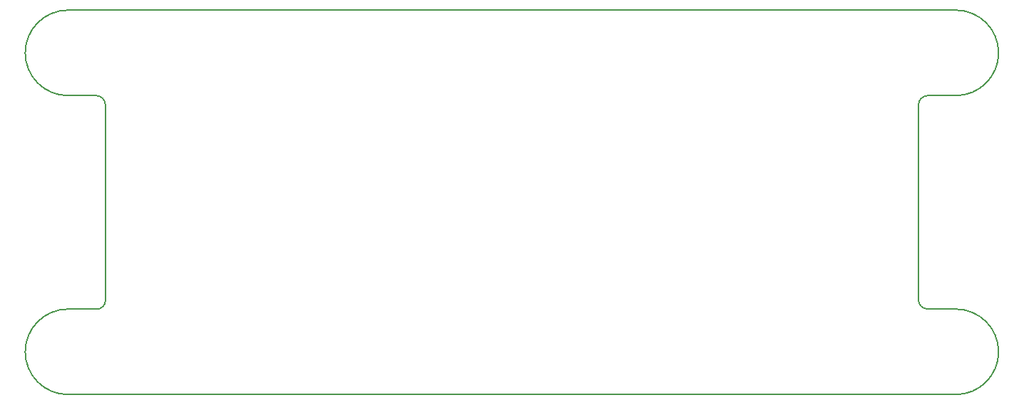
<source format=gm1>
G04 #@! TF.GenerationSoftware,KiCad,Pcbnew,(5.0.1)-3*
G04 #@! TF.CreationDate,2019-01-04T23:11:44-08:00*
G04 #@! TF.ProjectId,croptop,63726F70746F702E6B696361645F7063,rev?*
G04 #@! TF.SameCoordinates,Original*
G04 #@! TF.FileFunction,Profile,NP*
%FSLAX46Y46*%
G04 Gerber Fmt 4.6, Leading zero omitted, Abs format (unit mm)*
G04 Created by KiCad (PCBNEW (5.0.1)-3) date 1/4/2019 11:11:44 PM*
%MOMM*%
%LPD*%
G01*
G04 APERTURE LIST*
%ADD10C,0.200000*%
G04 APERTURE END LIST*
D10*
X172720000Y-107823000D02*
G75*
G02X173863000Y-106680000I1143000J0D01*
G01*
X173863000Y-132080000D02*
G75*
G02X172720000Y-130937000I0J1143000D01*
G01*
X75057000Y-106680000D02*
G75*
G02X76200000Y-107823000I0J-1143000D01*
G01*
X76200000Y-131064000D02*
G75*
G02X75184000Y-132080000I-1016000J0D01*
G01*
X177165000Y-96520000D02*
X172720000Y-96520000D01*
X177165000Y-106680000D02*
X173863000Y-106680000D01*
X177165000Y-96520000D02*
G75*
G02X177165000Y-106680000I0J-5080000D01*
G01*
X71755000Y-106680000D02*
X75057000Y-106680000D01*
X71755000Y-96520000D02*
X76200000Y-96520000D01*
X71755000Y-106680000D02*
G75*
G02X71755000Y-96520000I0J5080000D01*
G01*
X76200000Y-107823000D02*
X76200000Y-131064000D01*
X172720000Y-107823000D02*
X172720000Y-130937000D01*
X172720000Y-142240000D02*
X177165000Y-142240000D01*
X177165000Y-132080000D02*
X173863000Y-132080000D01*
X177165000Y-132080000D02*
G75*
G02X177165000Y-142240000I0J-5080000D01*
G01*
X71755000Y-142240000D02*
X76200000Y-142240000D01*
X71755000Y-132080000D02*
X75184000Y-132080000D01*
X71755000Y-142240000D02*
G75*
G02X71755000Y-132080000I0J5080000D01*
G01*
X172720000Y-142240000D02*
X76200000Y-142240000D01*
X76200000Y-96520000D02*
X172720000Y-96520000D01*
M02*

</source>
